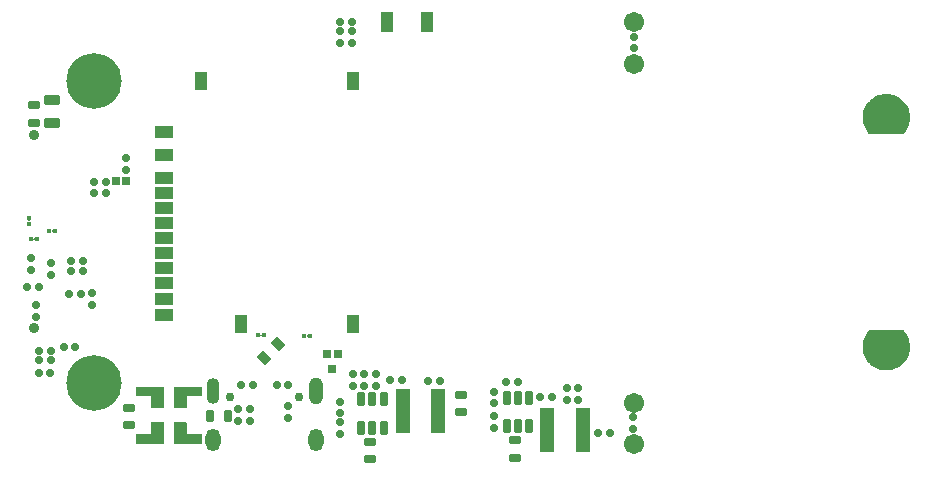
<source format=gts>
G04*
G04 #@! TF.GenerationSoftware,Altium Limited,Altium Designer,22.2.1 (43)*
G04*
G04 Layer_Color=8388736*
%FSLAX44Y44*%
%MOMM*%
G71*
G04*
G04 #@! TF.SameCoordinates,32B94617-2C73-494B-87D1-3967A9C4A560*
G04*
G04*
G04 #@! TF.FilePolarity,Negative*
G04*
G01*
G75*
%ADD28R,0.3000X0.3000*%
%ADD32C,0.2032*%
G04:AMPARAMS|DCode=33|XSize=0.7mm|YSize=0.6mm|CornerRadius=0.15mm|HoleSize=0mm|Usage=FLASHONLY|Rotation=0.000|XOffset=0mm|YOffset=0mm|HoleType=Round|Shape=RoundedRectangle|*
%AMROUNDEDRECTD33*
21,1,0.7000,0.3000,0,0,0.0*
21,1,0.4000,0.6000,0,0,0.0*
1,1,0.3000,0.2000,-0.1500*
1,1,0.3000,-0.2000,-0.1500*
1,1,0.3000,-0.2000,0.1500*
1,1,0.3000,0.2000,0.1500*
%
%ADD33ROUNDEDRECTD33*%
%ADD34R,1.0032X1.6032*%
%ADD35R,1.6032X1.0032*%
G04:AMPARAMS|DCode=36|XSize=0.7mm|YSize=0.6mm|CornerRadius=0.15mm|HoleSize=0mm|Usage=FLASHONLY|Rotation=90.000|XOffset=0mm|YOffset=0mm|HoleType=Round|Shape=RoundedRectangle|*
%AMROUNDEDRECTD36*
21,1,0.7000,0.3000,0,0,90.0*
21,1,0.4000,0.6000,0,0,90.0*
1,1,0.3000,0.1500,0.2000*
1,1,0.3000,0.1500,-0.2000*
1,1,0.3000,-0.1500,-0.2000*
1,1,0.3000,-0.1500,0.2000*
%
%ADD36ROUNDEDRECTD36*%
G04:AMPARAMS|DCode=37|XSize=1.4mm|YSize=0.8mm|CornerRadius=0.19mm|HoleSize=0mm|Usage=FLASHONLY|Rotation=0.000|XOffset=0mm|YOffset=0mm|HoleType=Round|Shape=RoundedRectangle|*
%AMROUNDEDRECTD37*
21,1,1.4000,0.4200,0,0,0.0*
21,1,1.0200,0.8000,0,0,0.0*
1,1,0.3800,0.5100,-0.2100*
1,1,0.3800,-0.5100,-0.2100*
1,1,0.3800,-0.5100,0.2100*
1,1,0.3800,0.5100,0.2100*
%
%ADD37ROUNDEDRECTD37*%
G04:AMPARAMS|DCode=38|XSize=0.4064mm|YSize=0.4064mm|CornerRadius=0.108mm|HoleSize=0mm|Usage=FLASHONLY|Rotation=180.000|XOffset=0mm|YOffset=0mm|HoleType=Round|Shape=RoundedRectangle|*
%AMROUNDEDRECTD38*
21,1,0.4064,0.1905,0,0,180.0*
21,1,0.1905,0.4064,0,0,180.0*
1,1,0.2159,-0.0953,0.0953*
1,1,0.2159,0.0953,0.0953*
1,1,0.2159,0.0953,-0.0953*
1,1,0.2159,-0.0953,-0.0953*
%
%ADD38ROUNDEDRECTD38*%
G04:AMPARAMS|DCode=39|XSize=1mm|YSize=0.7mm|CornerRadius=0.17mm|HoleSize=0mm|Usage=FLASHONLY|Rotation=180.000|XOffset=0mm|YOffset=0mm|HoleType=Round|Shape=RoundedRectangle|*
%AMROUNDEDRECTD39*
21,1,1.0000,0.3600,0,0,180.0*
21,1,0.6600,0.7000,0,0,180.0*
1,1,0.3400,-0.3300,0.1800*
1,1,0.3400,0.3300,0.1800*
1,1,0.3400,0.3300,-0.1800*
1,1,0.3400,-0.3300,-0.1800*
%
%ADD39ROUNDEDRECTD39*%
%ADD40R,1.2000X3.8000*%
%ADD41R,0.7033X0.8032*%
%ADD42R,1.0032X1.8032*%
G04:AMPARAMS|DCode=43|XSize=1.0032mm|YSize=0.8032mm|CornerRadius=0mm|HoleSize=0mm|Usage=FLASHONLY|Rotation=315.000|XOffset=0mm|YOffset=0mm|HoleType=Round|Shape=Rectangle|*
%AMROTATEDRECTD43*
4,1,4,-0.6387,0.0707,-0.0707,0.6387,0.6387,-0.0707,0.0707,-0.6387,-0.6387,0.0707,0.0*
%
%ADD43ROTATEDRECTD43*%

G04:AMPARAMS|DCode=44|XSize=1mm|YSize=0.7mm|CornerRadius=0.17mm|HoleSize=0mm|Usage=FLASHONLY|Rotation=270.000|XOffset=0mm|YOffset=0mm|HoleType=Round|Shape=RoundedRectangle|*
%AMROUNDEDRECTD44*
21,1,1.0000,0.3600,0,0,270.0*
21,1,0.6600,0.7000,0,0,270.0*
1,1,0.3400,-0.1800,-0.3300*
1,1,0.3400,-0.1800,0.3300*
1,1,0.3400,0.1800,0.3300*
1,1,0.3400,0.1800,-0.3300*
%
%ADD44ROUNDEDRECTD44*%
G04:AMPARAMS|DCode=45|XSize=1.2032mm|YSize=0.7032mm|CornerRadius=0.1641mm|HoleSize=0mm|Usage=FLASHONLY|Rotation=270.000|XOffset=0mm|YOffset=0mm|HoleType=Round|Shape=RoundedRectangle|*
%AMROUNDEDRECTD45*
21,1,1.2032,0.3750,0,0,270.0*
21,1,0.8750,0.7032,0,0,270.0*
1,1,0.3282,-0.1875,-0.4375*
1,1,0.3282,-0.1875,0.4375*
1,1,0.3282,0.1875,0.4375*
1,1,0.3282,0.1875,-0.4375*
%
%ADD45ROUNDEDRECTD45*%
%ADD46R,0.6533X0.8032*%
G04:AMPARAMS|DCode=47|XSize=0.4064mm|YSize=0.4064mm|CornerRadius=0.108mm|HoleSize=0mm|Usage=FLASHONLY|Rotation=270.000|XOffset=0mm|YOffset=0mm|HoleType=Round|Shape=RoundedRectangle|*
%AMROUNDEDRECTD47*
21,1,0.4064,0.1905,0,0,270.0*
21,1,0.1905,0.4064,0,0,270.0*
1,1,0.2159,-0.0953,-0.0953*
1,1,0.2159,-0.0953,0.0953*
1,1,0.2159,0.0953,0.0953*
1,1,0.2159,0.0953,-0.0953*
%
%ADD47ROUNDEDRECTD47*%
%ADD48C,1.7033*%
%ADD49C,2.7286*%
%ADD50C,4.7032*%
%ADD51O,1.1000X2.2001*%
%ADD52O,1.3033X1.9032*%
%ADD53C,0.7500*%
%ADD54O,1.2032X2.3033*%
%ADD55C,0.8732*%
G36*
X672180Y244473D02*
X672230Y244471D01*
X674088Y244288D01*
X674138Y244280D01*
X674187Y244273D01*
X676019Y243909D01*
X676067Y243897D01*
X676115Y243885D01*
X677902Y243343D01*
X677949Y243326D01*
X677996Y243310D01*
X679722Y242595D01*
X679766Y242573D01*
X679812Y242553D01*
X681459Y241672D01*
X681501Y241646D01*
X681544Y241621D01*
X683097Y240584D01*
X683137Y240553D01*
X683177Y240524D01*
X684621Y239340D01*
X684657Y239306D01*
X684695Y239273D01*
X685355Y238612D01*
X685355Y238612D01*
X686002Y237966D01*
X686034Y237929D01*
X686067Y237893D01*
X687231Y236482D01*
X687259Y236442D01*
X687289Y236404D01*
X688311Y234887D01*
X688336Y234845D01*
X688362Y234803D01*
X689234Y233195D01*
X689254Y233151D01*
X689276Y233107D01*
X689989Y231423D01*
X690005Y231377D01*
X690023Y231331D01*
X690572Y229587D01*
X690583Y229539D01*
X690596Y229492D01*
X690975Y227703D01*
X690982Y227654D01*
X690990Y227606D01*
X691195Y225788D01*
X691197Y225740D01*
X691201Y225691D01*
X691230Y223862D01*
X691228Y223813D01*
X691227Y223764D01*
X691080Y221941D01*
X691073Y221893D01*
X691068Y221844D01*
X690747Y220044D01*
X690735Y219996D01*
X690725Y219948D01*
X690233Y218187D01*
X690216Y218140D01*
X690202Y218094D01*
X689542Y216388D01*
X689522Y216343D01*
X689503Y216299D01*
X688683Y214664D01*
X688658Y214622D01*
X688635Y214579D01*
X687662Y213030D01*
X687633Y212991D01*
X687606Y212950D01*
X686488Y211502D01*
X686456Y211465D01*
X686424Y211428D01*
X685799Y210761D01*
X685787Y210749D01*
X685776Y210737D01*
X685739Y210704D01*
X685702Y210670D01*
X685688Y210660D01*
X685676Y210650D01*
X685634Y210622D01*
X685593Y210592D01*
X685579Y210585D01*
X685565Y210576D01*
X685520Y210553D01*
X685476Y210530D01*
X685461Y210524D01*
X685446Y210517D01*
X685398Y210500D01*
X685351Y210483D01*
X685335Y210479D01*
X685320Y210474D01*
X685270Y210464D01*
X685221Y210453D01*
X685205Y210451D01*
X685189Y210448D01*
X685139Y210445D01*
X685089Y210440D01*
X685072Y210440D01*
X685056Y210439D01*
X657344Y210439D01*
X657328Y210440D01*
X657311Y210440D01*
X657297Y210441D01*
X657283Y210441D01*
X657246Y210446D01*
X657211Y210448D01*
X657195Y210451D01*
X657179Y210453D01*
X657165Y210456D01*
X657151Y210458D01*
X657115Y210467D01*
X657080Y210474D01*
X657065Y210479D01*
X657049Y210483D01*
X657036Y210488D01*
X657022Y210491D01*
X656988Y210505D01*
X656954Y210517D01*
X656940Y210524D01*
X656925Y210529D01*
X656912Y210536D01*
X656898Y210542D01*
X656866Y210560D01*
X656835Y210576D01*
X656822Y210584D01*
X656807Y210592D01*
X656795Y210600D01*
X656783Y210608D01*
X656753Y210630D01*
X656724Y210650D01*
X656712Y210660D01*
X656699Y210670D01*
X656688Y210679D01*
X656677Y210688D01*
X656650Y210714D01*
X656624Y210737D01*
X656614Y210749D01*
X656601Y210760D01*
X655976Y211427D01*
X655945Y211465D01*
X655912Y211502D01*
X654795Y212949D01*
X654768Y212989D01*
X654739Y213029D01*
X653765Y214577D01*
X653742Y214620D01*
X653717Y214662D01*
X652897Y216297D01*
X652878Y216342D01*
X652857Y216386D01*
X652198Y218092D01*
X652183Y218138D01*
X652167Y218185D01*
X651674Y219946D01*
X651664Y219994D01*
X651653Y220041D01*
X651331Y221841D01*
X651326Y221890D01*
X651319Y221938D01*
X651172Y223761D01*
X651171Y223810D01*
X651169Y223859D01*
X651197Y225687D01*
X651201Y225736D01*
X651204Y225785D01*
X651408Y227602D01*
X651416Y227650D01*
X651423Y227698D01*
X651801Y229488D01*
X651815Y229535D01*
X651826Y229582D01*
X652374Y231327D01*
X652392Y231372D01*
X652408Y231419D01*
X653121Y233102D01*
X653143Y233146D01*
X653163Y233191D01*
X654035Y234798D01*
X654061Y234840D01*
X654085Y234882D01*
X655107Y236399D01*
X655137Y236437D01*
X655165Y236477D01*
X656328Y237888D01*
X656361Y237924D01*
X656394Y237961D01*
X657040Y238608D01*
X657040Y238608D01*
X657700Y239268D01*
X657738Y239301D01*
X657774Y239335D01*
X659217Y240520D01*
X659258Y240549D01*
X659297Y240579D01*
X660850Y241617D01*
X660893Y241642D01*
X660935Y241669D01*
X662582Y242549D01*
X662627Y242570D01*
X662672Y242592D01*
X664397Y243307D01*
X664444Y243323D01*
X664491Y243341D01*
X666278Y243883D01*
X666326Y243895D01*
X666375Y243908D01*
X668206Y244272D01*
X668255Y244279D01*
X668305Y244287D01*
X670163Y244471D01*
X670213Y244472D01*
X670263Y244475D01*
X672130Y244476D01*
X672180Y244473D01*
D02*
G37*
G36*
X685072Y44475D02*
X685089Y44475D01*
X685139Y44471D01*
X685189Y44467D01*
X685205Y44464D01*
X685221Y44462D01*
X685270Y44451D01*
X685320Y44441D01*
X685335Y44436D01*
X685351Y44432D01*
X685398Y44415D01*
X685446Y44398D01*
X685461Y44391D01*
X685476Y44386D01*
X685520Y44362D01*
X685565Y44340D01*
X685579Y44331D01*
X685593Y44323D01*
X685634Y44293D01*
X685676Y44266D01*
X685688Y44255D01*
X685702Y44246D01*
X685738Y44211D01*
X685776Y44178D01*
X685787Y44166D01*
X685799Y44155D01*
X686424Y43488D01*
X686456Y43450D01*
X686488Y43413D01*
X687606Y41966D01*
X687633Y41926D01*
X687662Y41886D01*
X688635Y40338D01*
X688658Y40295D01*
X688683Y40253D01*
X689503Y38618D01*
X689522Y38573D01*
X689543Y38529D01*
X690202Y36823D01*
X690217Y36777D01*
X690233Y36730D01*
X690726Y34970D01*
X690736Y34921D01*
X690748Y34874D01*
X691069Y33074D01*
X691074Y33025D01*
X691081Y32977D01*
X691228Y31154D01*
X691229Y31106D01*
X691232Y31056D01*
X691203Y29228D01*
X691199Y29179D01*
X691197Y29130D01*
X690992Y27313D01*
X690984Y27265D01*
X690977Y27217D01*
X690599Y25428D01*
X690586Y25380D01*
X690574Y25333D01*
X690026Y23588D01*
X690008Y23543D01*
X689992Y23496D01*
X689279Y21813D01*
X689258Y21769D01*
X689237Y21724D01*
X688366Y20117D01*
X688339Y20075D01*
X688315Y20033D01*
X687293Y18517D01*
X687263Y18478D01*
X687235Y18438D01*
X686072Y17027D01*
X686039Y16991D01*
X686006Y16954D01*
X685360Y16308D01*
X685360Y16307D01*
X684700Y15647D01*
X684662Y15614D01*
X684626Y15580D01*
X683183Y14395D01*
X683143Y14366D01*
X683103Y14336D01*
X681551Y13298D01*
X681507Y13273D01*
X681465Y13246D01*
X679818Y12366D01*
X679773Y12345D01*
X679728Y12323D01*
X678003Y11608D01*
X677956Y11592D01*
X677909Y11574D01*
X676122Y11032D01*
X676074Y11020D01*
X676025Y11007D01*
X674194Y10643D01*
X674145Y10636D01*
X674095Y10628D01*
X672237Y10445D01*
X672187Y10443D01*
X672137Y10440D01*
X670270Y10439D01*
X670220Y10443D01*
X670170Y10444D01*
X668312Y10627D01*
X668262Y10635D01*
X668213Y10642D01*
X666382Y11006D01*
X666333Y11019D01*
X666285Y11030D01*
X664498Y11572D01*
X664451Y11589D01*
X664404Y11605D01*
X662679Y12320D01*
X662634Y12342D01*
X662588Y12363D01*
X660941Y13243D01*
X660899Y13269D01*
X660856Y13294D01*
X659303Y14331D01*
X659264Y14362D01*
X659223Y14391D01*
X657779Y15575D01*
X657743Y15609D01*
X657705Y15642D01*
X657045Y16303D01*
X657045Y16303D01*
X656398Y16949D01*
X656366Y16986D01*
X656333Y17022D01*
X655170Y18433D01*
X655141Y18473D01*
X655111Y18512D01*
X654089Y20028D01*
X654064Y20071D01*
X654038Y20112D01*
X653167Y21720D01*
X653146Y21764D01*
X653124Y21808D01*
X652411Y23492D01*
X652395Y23538D01*
X652377Y23584D01*
X651829Y25329D01*
X651817Y25376D01*
X651804Y25423D01*
X651425Y27213D01*
X651419Y27262D01*
X651410Y27309D01*
X651205Y29127D01*
X651203Y29175D01*
X651199Y29224D01*
X651170Y31053D01*
X651172Y31102D01*
X651173Y31151D01*
X651320Y32974D01*
X651327Y33022D01*
X651332Y33071D01*
X651653Y34871D01*
X651665Y34919D01*
X651675Y34967D01*
X652167Y36728D01*
X652184Y36775D01*
X652198Y36821D01*
X652858Y38527D01*
X652878Y38572D01*
X652897Y38617D01*
X653717Y40251D01*
X653742Y40293D01*
X653765Y40337D01*
X654739Y41885D01*
X654767Y41925D01*
X654795Y41965D01*
X655912Y43413D01*
X655945Y43450D01*
X655976Y43488D01*
X656601Y44155D01*
X656613Y44166D01*
X656624Y44178D01*
X656662Y44211D01*
X656699Y44245D01*
X656712Y44255D01*
X656724Y44266D01*
X656766Y44293D01*
X656807Y44323D01*
X656821Y44331D01*
X656835Y44340D01*
X656880Y44362D01*
X656924Y44386D01*
X656940Y44391D01*
X656954Y44398D01*
X657002Y44415D01*
X657049Y44432D01*
X657065Y44436D01*
X657080Y44441D01*
X657130Y44451D01*
X657179Y44462D01*
X657195Y44464D01*
X657211Y44467D01*
X657261Y44471D01*
X657311Y44475D01*
X657328Y44475D01*
X657344Y44476D01*
X685056D01*
X685072Y44475D01*
D02*
G37*
G36*
X91298Y-3550D02*
X91392Y-3578D01*
X91479Y-3625D01*
X91555Y-3687D01*
X91618Y-3763D01*
X91664Y-3850D01*
X91693Y-3944D01*
X91702Y-4042D01*
Y-11042D01*
X91693Y-11141D01*
X91664Y-11235D01*
X91618Y-11322D01*
X91555Y-11398D01*
X91479Y-11460D01*
X91392Y-11507D01*
X91298Y-11535D01*
X91200Y-11545D01*
X78703D01*
Y-21042D01*
X78693Y-21140D01*
X78664Y-21235D01*
X78618Y-21322D01*
X78555Y-21398D01*
X78479Y-21460D01*
X78392Y-21507D01*
X78298Y-21535D01*
X78200Y-21545D01*
X68200D01*
X68102Y-21535D01*
X68008Y-21507D01*
X67921Y-21460D01*
X67845Y-21398D01*
X67782Y-21322D01*
X67736Y-21235D01*
X67707Y-21140D01*
X67698Y-21042D01*
Y-4042D01*
X67707Y-3944D01*
X67736Y-3850D01*
X67782Y-3763D01*
X67845Y-3687D01*
X67921Y-3625D01*
X68008Y-3578D01*
X68102Y-3550D01*
X68200Y-3540D01*
X91200D01*
X91298Y-3550D01*
D02*
G37*
G36*
X59298D02*
X59392Y-3578D01*
X59479Y-3625D01*
X59555Y-3687D01*
X59618Y-3763D01*
X59664Y-3850D01*
X59693Y-3944D01*
X59703Y-4042D01*
Y-21042D01*
X59693Y-21140D01*
X59664Y-21235D01*
X59618Y-21322D01*
X59555Y-21398D01*
X59479Y-21460D01*
X59392Y-21507D01*
X59298Y-21535D01*
X59200Y-21545D01*
X49200D01*
X49102Y-21535D01*
X49008Y-21507D01*
X48921Y-21460D01*
X48845Y-21398D01*
X48782Y-21322D01*
X48736Y-21235D01*
X48707Y-21140D01*
X48698Y-21042D01*
Y-11545D01*
X36200D01*
X36102Y-11535D01*
X36008Y-11507D01*
X35921Y-11460D01*
X35845Y-11398D01*
X35782Y-11322D01*
X35736Y-11235D01*
X35707Y-11141D01*
X35698Y-11042D01*
Y-4042D01*
X35707Y-3944D01*
X35736Y-3850D01*
X35782Y-3763D01*
X35845Y-3687D01*
X35921Y-3625D01*
X36008Y-3578D01*
X36102Y-3550D01*
X36200Y-3540D01*
X59200D01*
X59298Y-3550D01*
D02*
G37*
G36*
X78298Y-33550D02*
X78392Y-33578D01*
X78479Y-33625D01*
X78555Y-33687D01*
X78618Y-33763D01*
X78664Y-33850D01*
X78693Y-33944D01*
X78703Y-34042D01*
Y-43540D01*
X91200D01*
X91298Y-43550D01*
X91392Y-43578D01*
X91479Y-43625D01*
X91555Y-43687D01*
X91618Y-43763D01*
X91664Y-43850D01*
X91693Y-43944D01*
X91702Y-44042D01*
Y-51042D01*
X91693Y-51140D01*
X91664Y-51235D01*
X91618Y-51322D01*
X91555Y-51398D01*
X91479Y-51460D01*
X91392Y-51507D01*
X91298Y-51535D01*
X91200Y-51545D01*
X68200D01*
X68102Y-51535D01*
X68008Y-51507D01*
X67921Y-51460D01*
X67845Y-51398D01*
X67782Y-51322D01*
X67736Y-51235D01*
X67707Y-51140D01*
X67698Y-51042D01*
Y-34042D01*
X67707Y-33944D01*
X67736Y-33850D01*
X67782Y-33763D01*
X67845Y-33687D01*
X67921Y-33625D01*
X68008Y-33578D01*
X68102Y-33550D01*
X68200Y-33540D01*
X78200D01*
X78298Y-33550D01*
D02*
G37*
G36*
X59298D02*
X59392Y-33578D01*
X59479Y-33625D01*
X59555Y-33687D01*
X59618Y-33763D01*
X59664Y-33850D01*
X59693Y-33944D01*
X59703Y-34042D01*
Y-51042D01*
X59693Y-51140D01*
X59664Y-51235D01*
X59618Y-51322D01*
X59555Y-51398D01*
X59479Y-51460D01*
X59392Y-51507D01*
X59298Y-51535D01*
X59200Y-51545D01*
X36200D01*
X36102Y-51535D01*
X36008Y-51507D01*
X35921Y-51460D01*
X35845Y-51398D01*
X35782Y-51322D01*
X35736Y-51235D01*
X35707Y-51140D01*
X35698Y-51042D01*
Y-44042D01*
X35707Y-43944D01*
X35736Y-43850D01*
X35782Y-43763D01*
X35845Y-43687D01*
X35921Y-43625D01*
X36008Y-43578D01*
X36102Y-43550D01*
X36200Y-43540D01*
X48698D01*
Y-34042D01*
X48707Y-33944D01*
X48736Y-33850D01*
X48782Y-33763D01*
X48845Y-33687D01*
X48921Y-33625D01*
X49008Y-33578D01*
X49102Y-33550D01*
X49200Y-33540D01*
X59200D01*
X59298Y-33550D01*
D02*
G37*
D28*
X49200Y-7543D02*
D03*
X78200D02*
D03*
Y-47543D02*
D03*
X49200D02*
D03*
D32*
X-34866Y128381D02*
G03*
X-34866Y128381I-254J0D01*
G01*
X181254Y39559D02*
G03*
X181254Y39559I-254J0D01*
G01*
X-50343Y121647D02*
G03*
X-50343Y121647I-254J0D01*
G01*
X141724Y40254D02*
G03*
X141724Y40254I-254J0D01*
G01*
X-54321Y137374D02*
G03*
X-54321Y137374I-254J0D01*
G01*
D33*
X164390Y-19542D02*
D03*
Y-29542D02*
D03*
X339090Y-38542D02*
D03*
Y-28542D02*
D03*
X-49000Y66000D02*
D03*
Y56000D02*
D03*
X-52809Y95493D02*
D03*
Y105493D02*
D03*
X-1460Y75668D02*
D03*
Y65668D02*
D03*
X-35916Y91149D02*
D03*
Y101149D02*
D03*
X208420Y-26010D02*
D03*
Y-16010D02*
D03*
Y-33174D02*
D03*
X457013Y-38920D02*
D03*
X208922Y287401D02*
D03*
Y297401D02*
D03*
X218922Y287401D02*
D03*
Y297401D02*
D03*
X208420Y-43174D02*
D03*
X219776Y-2570D02*
D03*
Y7430D02*
D03*
X400451Y-14652D02*
D03*
Y-4652D02*
D03*
X339090Y-17542D02*
D03*
Y-7542D02*
D03*
X410025Y-14652D02*
D03*
Y-4652D02*
D03*
X27392Y180128D02*
D03*
Y190128D02*
D03*
X457013Y-28920D02*
D03*
X457410Y293078D02*
D03*
Y283078D02*
D03*
D34*
X219780Y49795D02*
D03*
X219530Y255585D02*
D03*
X125070Y49475D02*
D03*
X91249Y255565D02*
D03*
D35*
X59930Y109955D02*
D03*
X59930Y192365D02*
D03*
X59781Y57387D02*
D03*
X59440Y212535D02*
D03*
X59731Y70667D02*
D03*
X59630Y122705D02*
D03*
X59720Y135395D02*
D03*
X59720Y148085D02*
D03*
X59630Y160825D02*
D03*
X59930Y173575D02*
D03*
X59850Y84545D02*
D03*
X59750Y97255D02*
D03*
D36*
X-15407Y30506D02*
D03*
X-25407D02*
D03*
X-46630Y81106D02*
D03*
X-56630D02*
D03*
X134890Y-2122D02*
D03*
X124890D02*
D03*
X154890D02*
D03*
X164890D02*
D03*
X-8725Y94147D02*
D03*
X-18725D02*
D03*
X132310Y-32731D02*
D03*
X122310D02*
D03*
X239182Y7219D02*
D03*
X293000Y1858D02*
D03*
X239182Y-2531D02*
D03*
X208922Y305410D02*
D03*
X218922D02*
D03*
X-18725Y103023D02*
D03*
X-8725D02*
D03*
X-36504Y7864D02*
D03*
X-46504D02*
D03*
X-46343Y26856D02*
D03*
X-36343D02*
D03*
X132015Y-22284D02*
D03*
X122015D02*
D03*
X229182Y-2531D02*
D03*
X427382Y-42758D02*
D03*
X437381D02*
D03*
X283000Y1858D02*
D03*
X387800Y-12102D02*
D03*
X377800D02*
D03*
X229182Y7219D02*
D03*
X261185Y2430D02*
D03*
X251185D02*
D03*
X290Y169628D02*
D03*
X10290D02*
D03*
X-46343Y18833D02*
D03*
X-36343D02*
D03*
X290Y160826D02*
D03*
X10290D02*
D03*
X349574Y692D02*
D03*
X359574D02*
D03*
X-20407Y75283D02*
D03*
X-10407D02*
D03*
D37*
X-35629Y219993D02*
D03*
Y238993D02*
D03*
D38*
X-37808Y128381D02*
D03*
X-32744D02*
D03*
X178313Y39559D02*
D03*
X183377D02*
D03*
X-48221Y121647D02*
D03*
X-53285D02*
D03*
X139093Y40254D02*
D03*
X144157D02*
D03*
D39*
X310681Y-25042D02*
D03*
X29598Y-36100D02*
D03*
Y-21100D02*
D03*
X-50782Y219837D02*
D03*
Y234837D02*
D03*
X233616Y-49907D02*
D03*
Y-64908D02*
D03*
X356787Y-63542D02*
D03*
Y-48542D02*
D03*
X310681Y-10042D02*
D03*
D40*
X291600Y-23842D02*
D03*
X261600D02*
D03*
X414100Y-40442D02*
D03*
X384100D02*
D03*
D41*
X202275Y11299D02*
D03*
X197274Y24299D02*
D03*
X207276D02*
D03*
D42*
X248630Y305408D02*
D03*
X282630D02*
D03*
D43*
X155897Y32979D02*
D03*
X143876Y20958D02*
D03*
D44*
X98960Y-28086D02*
D03*
X113960D02*
D03*
D45*
X226510Y-38174D02*
D03*
X236010D02*
D03*
X245510D02*
D03*
X226510Y-14174D02*
D03*
X236010D02*
D03*
X245510D02*
D03*
X369000Y-12542D02*
D03*
X359500D02*
D03*
X350000D02*
D03*
X369000Y-36542D02*
D03*
X359500D02*
D03*
X350000D02*
D03*
D46*
X27067Y171169D02*
D03*
X18569D02*
D03*
D47*
X-54575Y139751D02*
D03*
Y134687D02*
D03*
D48*
X457483Y-16975D02*
D03*
Y-51976D02*
D03*
Y270184D02*
D03*
Y305185D02*
D03*
D49*
X671200Y30458D02*
D03*
Y224457D02*
D03*
D50*
X0Y255258D02*
D03*
Y0D02*
D03*
D51*
X101488Y-7055D02*
D03*
D52*
Y-48855D02*
D03*
X187990D02*
D03*
D53*
X115839Y-12056D02*
D03*
X173639D02*
D03*
D54*
X187990Y-7055D02*
D03*
D55*
X-50405Y45897D02*
D03*
Y209897D02*
D03*
M02*

</source>
